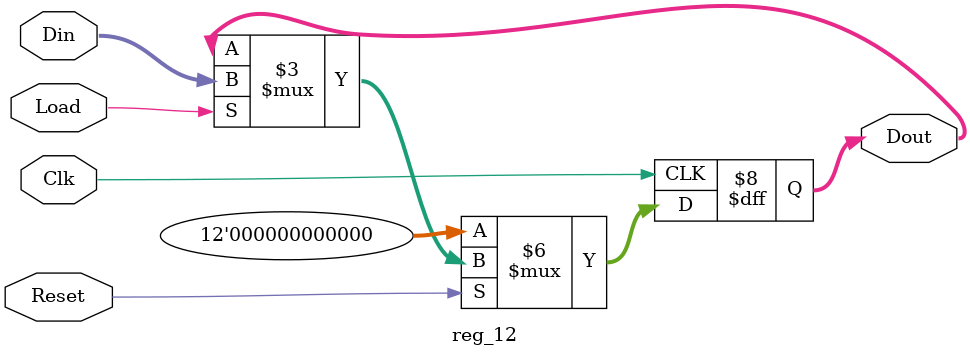
<source format=sv>
module reg_16 
(
    input logic Clk, Reset, Load,
    input logic [15:0] Din,
//        output logic Shift_Out,
    output logic [15:0] Dout
);
always_ff @ (posedge Clk) begin
    if (~Reset) // Asynchronous Reset
        Dout <= 16'h0;
    else if (Load)
        Dout <= Din[15:0];
end
endmodule

module reg_3 
(
    input logic Clk, Reset, Load,
    input logic [2:0] Din,
//        output logic Shift_Out,
    output logic [2:0] Dout
);
always_ff @ (posedge Clk) begin
    if (~Reset) // Asynchronous Reset
        Dout <= 3'b0;
    else if (Load)
        Dout <= Din[2:0];
end
endmodule

module reg_1 
(
    input logic Clk, Reset, Load,
    input logic Din,
//        output logic Shift_Out,
    output logic Dout
);
always_ff @ (posedge Clk) begin
    if (~Reset) // Asynchronous Reset
        Dout <= 1'b0;
    else if (Load)
        Dout <= Din;
end
endmodule

module reg_12 
(
    input logic Clk, Reset, Load,
    input logic[11:0] Din,
//        output logic Shift_Out,
    output logic[11:0] Dout
);
always_ff @ (posedge Clk) begin
    if (~Reset) // Asynchronous Reset
        Dout <= 12'b0;
    else if (Load)
        Dout <= Din[11:0];
end
endmodule

</source>
